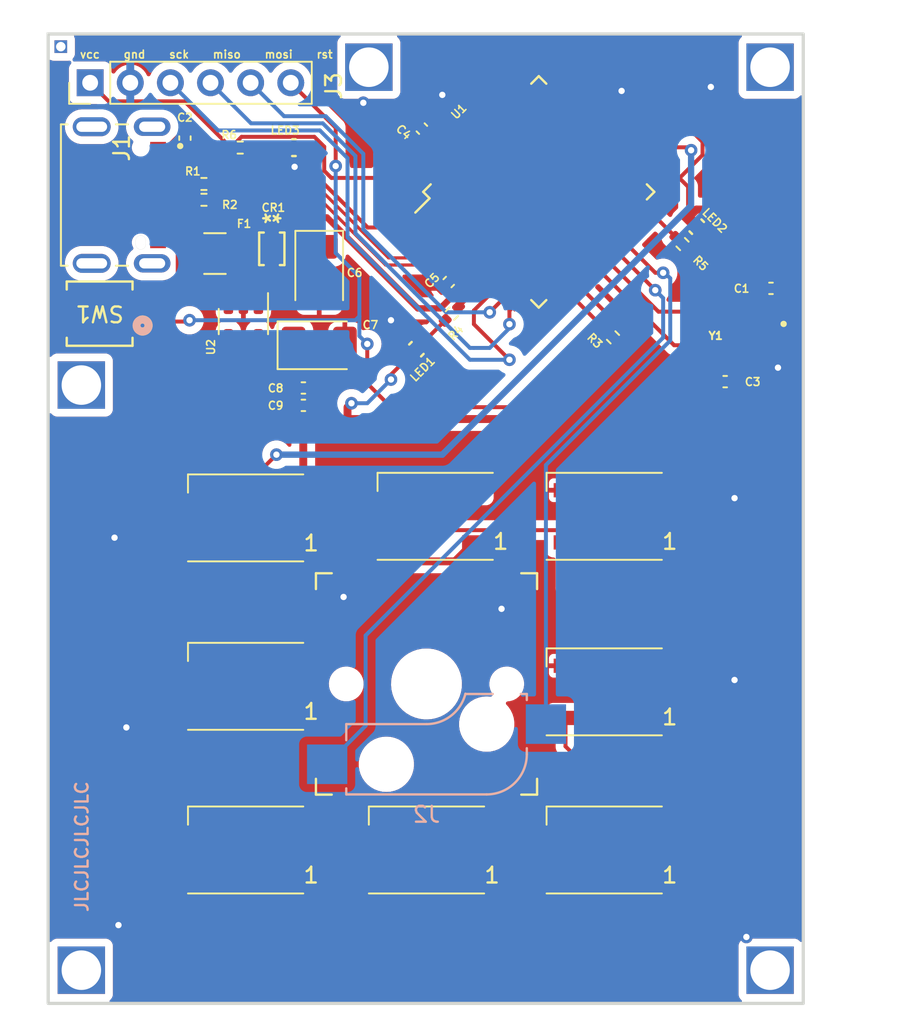
<source format=kicad_pcb>
(kicad_pcb (version 20221018) (generator pcbnew)
  (layers (0 "F.Cu" signal) (31 "B.Cu" signal) (34 "B.Paste" user) (35 "F.Paste" user) (36 "B.SilkS" user "B.Silkscreen") (37 "F.SilkS" user "F.Silkscreen") (38 "B.Mask" user) (39 "F.Mask" user) (44 "Edge.Cuts" user))
  (net 0 "")
  (net 1 "GND")
  (net 2 "Net-(U1-XTAL1)")
  (net 3 "VBUS")
  (net 4 "Net-(U1-XTAL2)")
  (net 5 "Net-(U1-AREF)")
  (net 6 "Net-(U1-UCAP)")
  (net 7 "Net-(U2-EN)")
  (net 8 "VCC")
  (net 9 "Net-(CR1-Pad2)")
  (net 10 "Net-(D1-DOUT)")
  (net 11 "Net-(D1-DIN)")
  (net 12 "Net-(D2-DIN)")
  (net 13 "Net-(D3-DIN)")
  (net 14 "Net-(D4-DIN)")
  (net 15 "Net-(D5-DIN)")
  (net 16 "Net-(D6-DIN)")
  (net 17 "D4")
  (net 22 "Net-(J1-D-)")
  (net 23 "Net-(J1-D+)")
  (net 31 "D3")
  (net 32 "D2")
  (net 33 "D15")
  (net 34 "D14")
  (net 35 "D16")
  (net 36 "RESET")
  (net 37 "Net-(LED1-Pad1)")
  (net 38 "Net-(LED2-Pad1)")
  (net 39 "Net-(LED3-Pad2)")
  (net 40 "DN")
  (net 41 "DP")
  (net 42 "Net-(U1-PB0)")
  (net 43 "Net-(U1-PD5)")
  (net 44 "D7")
  (net 45 "D11")
  (net 46 "RXI")
  (net 47 "TXO")
  (net 48 "D12")
  (net 49 "D6")
  (net 50 "D8")
  (net 51 "D9")
  (net 52 "D10")
  (net 53 "D5")
  (net 54 "D13")
  (net 55 "A0")
  (net 56 "A1")
  (net 57 "A2")
  (net 58 "A3")
  (net 59 "A4")
  (net 60 "A5")
  (footprint "LED_SMD:LED_WS2812B_PLCC4_5.0x5.0mm_P3.2mm" (layer "F.Cu") (at 188.8 98.5 180)
    (fp_text reference "D5" hide)
    (fp_text value "WS2812B")
  )
  (footprint "MF_USMF050_2:FUSER_MF-USMF050-2" (layer "F.Cu") (at 186.85706 60.783704)
    (fp_text reference "F1")
    (fp_text value "MF-USMF050-2")
  )
  (footprint "Capacitor_SMD:C_0402_1005Metric_Pad0.74x0.62mm_HandSolder" (layer "F.Cu") (at 201.65706 62.583704 45)
    (fp_text reference "C5")
    (fp_text value "1uf")
  )
  (footprint "Capacitor_SMD:C_0402_1005Metric_Pad0.74x0.62mm_HandSolder" (layer "F.Cu") (at 192.45706 69.283704)
    (fp_text reference "C8")
    (fp_text value "1uf")
  )
  (footprint "Capacitor_SMD:C_0402_1005Metric_Pad0.74x0.62mm_HandSolder" (layer "F.Cu") (at 192.45706 70.383704)
    (fp_text reference "C9")
    (fp_text value "100nf")
  )
  (footprint "R_667843:R-667843_MIT" (layer "F.Cu") (at 179.55706 64.583704 180)
    (fp_text reference "SW1")
    (fp_text value "R-667843")
  )
  (footprint "Resistor_SMD:R_0402_1005Metric_Pad0.72x0.64mm_HandSolder" (layer "F.Cu") (at 212.05706 66.083704 135)
    (fp_text reference "R3")
    (fp_text value "10k")
  )
  (footprint "" (layer "F.Cu") (at 177.1 47.7)
    (fp_text reference "")
    (fp_text value "")
  )
  (footprint "LED_SMD:LED_WS2812B_PLCC4_5.0x5.0mm_P3.2mm" (layer "F.Cu") (at 200.25 98.5 180)
    (fp_text reference "D4" hide)
    (fp_text value "WS2812B")
  )
  (footprint "Capacitor_Tantalum_SMD:CP_EIA-3528-15_AVX-H_Pad1.50x2.35mm_HandSolder" (layer "F.Cu") (at 193.45706 66.583704)
    (fp_text reference "C7")
    (fp_text value "10uf")
  )
  (footprint "DX07S016JA1R1500:JAE_DX07S016JA1R1500" (layer "F.Cu") (at 182.15706 57.083704 -90)
    (fp_text reference "J1")
    (fp_text value "DX07S016JA1R1500")
    (fp_line (start 2.875 -0.315) (end 3.125 -0.315) (stroke (width 0.01)) (layer "Edge.Cuts"))
    (fp_line (start 3.125 0.315) (end 2.875 0.315) (stroke (width 0.01)) (layer "Edge.Cuts"))
    (fp_arc (start 2.56 0) (mid 2.652261 -0.222739) (end 2.875 -0.315) (stroke (width 0.01)) (layer "Edge.Cuts"))
    (fp_arc (start 2.875 0.315) (mid 2.652261 0.222739) (end 2.56 0) (stroke (width 0.01)) (layer "Edge.Cuts"))
    (fp_arc (start 3.125 -0.315) (mid 3.347739 -0.222739) (end 3.44 0) (stroke (width 0.01)) (layer "Edge.Cuts"))
    (fp_arc (start 3.44 0) (mid 3.347739 0.222739) (end 3.125 0.315) (stroke (width 0.01)) (layer "Edge.Cuts"))
  )
  (footprint "Resistor_SMD:R_0402_1005Metric_Pad0.72x0.64mm_HandSolder" (layer "F.Cu") (at 216.45706 60.183704 -45)
    (fp_text reference "R5")
    (fp_text value "330")
  )
  (footprint "Capacitor_SMD:C_0402_1005Metric_Pad0.74x0.62mm_HandSolder" (layer "F.Cu") (at 199.95706 52.883704 135)
    (fp_text reference "C4")
    (fp_text value "100nf")
  )
  (footprint "Package_TO_SOT_SMD:SOT-23-5" (layer "F.Cu") (at 188.65706 65.083704 -90)
    (fp_text reference "U2")
    (fp_text value "MIC5219-5.0YM5")
  )
  (footprint "footprints:LED_LTST-C191KRKT_LTO" (layer "F.Cu") (at 199.609264 66.8315 -135)
    (fp_text reference "LED1")
    (fp_text value "LTST-C191KSKT")
  )
  (footprint "" (layer "F.Cu") (at 222 49)
    (fp_text reference "")
    (fp_text value "")
  )
  (footprint "LED_SMD:LED_WS2812B_PLCC4_5.0x5.0mm_P3.2mm" (layer "F.Cu") (at 211.5 77.4 180)
    (fp_text reference "D1" hide)
    (fp_text value "WS2812B")
  )
  (footprint "Resistor_SMD:R_0402_1005Metric_Pad0.72x0.64mm_HandSolder" (layer "F.Cu") (at 188.45706 54.083704)
    (fp_text reference "R6")
    (fp_text value "1k")
  )
  (footprint "Resistor_SMD:R_0402_1005Metric_Pad0.72x0.64mm_HandSolder" (layer "F.Cu") (at 201.85706 64.583704 -135)
    (fp_text reference "R4")
    (fp_text value "330")
  )
  (footprint "Capacitor_SMD:C_0402_1005Metric_Pad0.74x0.62mm_HandSolder" (layer "F.Cu") (at 219.15706 68.883704)
    (fp_text reference "C3")
    (fp_text value "22pf")
  )
  (footprint "Connector_PinHeader_2.54mm:PinHeader_1x06_P2.54mm_Vertical" (layer "F.Cu") (at 178.95706 49.983704 90)
    (fp_text reference "J3")
    (fp_text value "Conn_01x06")
  )
  (footprint "footprints:LED_LTST-C191KRKT_LTO" (layer "F.Cu") (at 191.85706 54.083704 180)
    (fp_text reference "LED3")
    (fp_text value "LTST-C191KSKT")
  )
  (footprint "" (layer "F.Cu") (at 196.6 49)
    (fp_text reference "")
    (fp_text value "")
  )
  (footprint "ECS-160-10-36-CKM-TR3:XTAL_ECS-160-10-36-CKM-TR3" (layer "F.Cu") (at 220.80706 65.933704 180)
    (fp_text reference "Y1")
    (fp_text value "ECS-160-10-36-CKM-TR3")
  )
  (footprint "Capacitor_Tantalum_SMD:CP_EIA-3528-15_AVX-H_Pad1.50x2.35mm_HandSolder" (layer "F.Cu") (at 193.45706 61.983704 -90)
    (fp_text reference "C6")
    (fp_text value "10uf")
  )
  (footprint "keyswitches:Kailh_socket_MX" (layer "F.Cu") (at 200.25 88 180)
    (fp_text reference "J2")
    (fp_text value "Conn_01x02")
  )
  (footprint "LED_SMD:LED_WS2812B_PLCC4_5.0x5.0mm_P3.2mm" (layer "F.Cu") (at 188.8 77.5 180)
    (fp_text reference "D7" hide)
    (fp_text value "WS2812B")
  )
  (footprint "footprints:LED_LTST-C191KRKT_LTO" (layer "F.Cu") (at 217.35706 59.083704 135)
    (fp_text reference "LED2")
    (fp_text value "LTST-C191KSKT")
  )
  (footprint "Capacitor_SMD:C_0402_1005Metric_Pad0.74x0.62mm_HandSolder" (layer "F.Cu") (at 184.95706 53.483704 90)
    (fp_text reference "C2")
    (fp_text value "1uf")
  )
  (footprint "Resistor_SMD:R_0402_1005Metric_Pad0.72x0.64mm_HandSolder" (layer "F.Cu") (at 186.15956 56.383704 180)
    (fp_text reference "R1")
    (fp_text value "22")
  )
  (footprint "LED_SMD:LED_WS2812B_PLCC4_5.0x5.0mm_P3.2mm" (layer "F.Cu") (at 211.5 88.5 180)
    (fp_text reference "D2" hide)
    (fp_text value "WS2812B")
  )
  (footprint "" (layer "F.Cu") (at 178.4 106.1)
    (fp_text reference "")
    (fp_text value "")
  )
  (footprint "Package_QFP:TQFP-44_10x10mm_P0.8mm" (layer "F.Cu") (at 207.35706 56.883704 45)
    (fp_text reference "U1")
    (fp_text value "ATmega32U4-A")
  )
  (footprint "LED_SMD:LED_WS2812B_PLCC4_5.0x5.0mm_P3.2mm" (layer "F.Cu") (at 211.5 98.5 180)
    (fp_text reference "D3" hide)
    (fp_text value "WS2812B")
  )
  (footprint "LED_SMD:LED_WS2812B_PLCC4_5.0x5.0mm_P3.2mm" (layer "F.Cu") (at 200.8 77.4 180)
    (fp_text reference "D8" hide)
    (fp_text value "WS2812B")
  )
  (footprint "LED_SMD:LED_WS2812B_PLCC4_5.0x5.0mm_P3.2mm" (layer "F.Cu") (at 188.8 88.15 180)
    (fp_text reference "D6" hide)
    (fp_text value "WS2812B")
  )
  (footprint "Resistor_SMD:R_0402_1005Metric_Pad0.72x0.64mm_HandSolder" (layer "F.Cu") (at 186.16206 57.383704)
    (fp_text reference "R2")
    (fp_text value "22")
  )
  (footprint "" (layer "F.Cu") (at 222 106.1)
    (fp_text reference "")
    (fp_text value "")
  )
  (footprint "Capacitor_SMD:C_0402_1005Metric_Pad0.74x0.62mm_HandSolder" (layer "F.Cu") (at 222.05706 62.983704 180)
    (fp_text reference "C1")
    (fp_text value "22pf")
  )
  (footprint "2023-12-05_05-52-42:SDO_RB550VM-30TE-17_ROM" (layer "F.Cu") (at 190.45706 60.483704 -90)
    (fp_text reference "CR1")
    (fp_text value "RB550VM-30TE-17")
  )
  (footprint "" (layer "F.Cu") (at 178.4 69.1)
    (fp_text reference "")
    (fp_text value "")
  )
  (gr_rect (start 176.3 46.9) (end 224.1 108.2) (stroke (width 0.2)) (fill none) (layer "Edge.Cuts"))
  (gr_text "button v1.0.0" (at 179 102.6 90) (layer "F.Cu") (effects (font (size 1.5 1.5) (thickness 0.3) bold) (justify left bottom)))
  (gr_text "JLCJLCJLCJLC" (at 178.9 102.5 90) (layer "B.SilkS") (effects (font (size 0.8 0.8) (thickness 0.15) bold) (justify left bottom)))
  (gr_text "vcc    gnd    sck    miso    mosi    rst" (at 178.25706 48.483704) (layer "F.SilkS") (effects (font (size 0.5 0.5) (thickness 0.1) bold) (justify left bottom)))
  (segment (start 212.6 50.5) (end 212.6 50.6) (width 0.25) (layer "F.Cu") (net 1))
  (segment (start 192.393198 54.806802) (end 191.9 55.3) (width 0.25) (layer "F.Cu") (net 1))
  (segment (start 199.555777 52.482421) (end 199.555777 53.607904) (width 0.25) (layer "F.Cu") (net 1))
  (segment (start 208.559142 50.024768) (end 209.04324 49.54067) (width 0.25) (layer "F.Cu") (net 1))
  (segment (start 191.406802 54.806802) (end 187.443198 54.806802) (width 0.25) (layer "F.Cu") (net 1))
  (segment (start 183.25706 60.183704) (end 184.00706 60.183704) (width 0.25) (layer "F.Cu") (net 1))
  (segment (start 209.04324 49.54067) (end 211.54067 49.54067) (width 0.25) (layer "F.Cu") (net 1))
  (segment (start 193.02456 68.641204) (end 195.08206 66.583704) (width 0.25) (layer "F.Cu") (net 1))
  (segment (start 208.075043 59.864429) (end 210.256198 62.045584) (width 0.25) (layer "F.Cu") (net 1))
  (segment (start 183.88956 53.983704) (end 183.25706 53.983704) (width 0.25) (layer "F.Cu") (net 1))
  (segment (start 201.25 50.75) (end 201.288198 50.75) (width 0.25) (layer "F.Cu") (net 1))
  (segment (start 209.772099 60.125519) (end 214.215996 55.681622) (width 0.25) (layer "F.Cu") (net 1))
  (segment (start 191.9 55.3) (end 191.406802 54.806802) (width 0.25) (layer "F.Cu") (net 1))
  (segment (start 202.760866 60.348527) (end 203.244964 59.864429) (width 0.25) (layer "F.Cu") (net 1))
  (segment (start 210.256198 62.045584) (end 209.772099 61.561485) (width 0.25) (layer "F.Cu") (net 1))
  (segment (start 201.25 50.788198) (end 201.25 50.75) (width 0.25) (layer "F.Cu") (net 1))
  (segment (start 184.95706 52.916204) (end 183.88956 53.983704) (width 0.25) (layer "F.Cu") (net 1))
  (segment (start 212.5 50.5) (end 212.6 50.5) (width 0.25) (layer "F.Cu") (net 1))
  (segment (start 222.62456 67.87544) (end 222.5 68) (width 0.25) (layer "F.Cu") (net 1))
  (segment (start 192.63176 54.689304) (end 192.514262 54.806802) (width 0.25) (layer "F.Cu") (net 1))
  (segment (start 203.244964 57.297091) (end 201.06381 55.115937) (width 0.25) (layer "F.Cu") (net 1))
  (segment (start 185.5526 52.916204) (end 184.95706 52.916204) (width 0.25) (layer "F.Cu") (net 1))
  (segment (start 203.244964 59.864429) (end 203.244964 57.297091) (width 0.25) (layer "F.Cu") (net 1))
  (segment (start 184.00706 60.183704) (end 184.5 60.676644) (width 0.25) (layer "F.Cu") (net 1))
  (segment (start 199.555777 53.607904) (end 201.06381 55.115937) (width 0.25) (layer "F.Cu") (net 1))
  (segment (start 209.772099 61.561485) (end 209.772099 60.125519) (width 0.25) (layer "F.Cu") (net 1))
  (segment (start 201.255777 62.984987) (end 201.255777 61.853616) (width 0.25) (layer "F.Cu") (net 1))
  (segment (start 187.443198 54.806802) (end 185.5526 52.916204) (width 0.25) (layer "F.Cu") (net 1))
  (segment (start 203.244964 59.864429) (end 208.075043 59.864429) (width 0.25) (layer "F.Cu") (net 1))
  (segment (start 193.02456 69.283704) (end 193.02456 68.641204) (width 0.25) (layer "F.Cu") (net 1))
  (segment (start 212.6 50.6) (end 212.5 50.5) (width 0.25) (layer "F.Cu") (net 1))
  (segment (start 193.02456 70.383704) (end 193.02456 69.283704) (width 0.25) (layer "F.Cu") (net 1))
  (segment (start 199.555777 52.482421) (end 201.25 50.788198) (width 0.25) (layer "F.Cu") (net 1))
  (segment (start 222.62456 62.983704) (end 222.62456 67.87544) (width 0.25) (layer "F.Cu") (net 1))
  (segment (start 205.105194 50.106355) (end 205.589293 50.590454) (width 0.25) (layer "F.Cu") (net 1))
  (segment (start 184.5 60.676644) (end 184.5 63) (width 0.25) (layer "F.Cu") (net 1))
  (segment (start 201.255777 61.853616) (end 202.760866 60.348527) (width 0.25) (layer "F.Cu") (net 1))
  (segment (start 201.288198 50.75) (end 201.931843 50.106355) (width 0.25) (layer "F.Cu") (net 1))
  (segment (start 192.63176 54.083704) (end 192.63176 54.689304) (width 0.25) (layer "F.Cu") (net 1))
  (segment (start 211.54067 49.54067) (end 212.5 50.5) (width 0.25) (layer "F.Cu") (net 1))
  (segment (start 201.931843 50.106355) (end 205.105194 50.106355) (width 0.25) (layer "F.Cu") (net 1))
  (segment (start 192.514262 54.806802) (end 192.393198 54.806802) (width 0.25) (layer "F.Cu") (net 1))
  (via (at 180.75 103.25) (size 0.8) (drill 0.4) (layers "F.Cu" "B.Cu") (net 1))
  (via (at 205 83.25) (size 0.8) (drill 0.4) (layers "F.Cu" "B.Cu") (net 1))
  (via (at 220.5 104) (size 0.8) (drill 0.4) (layers "F.Cu" "B.Cu") (net 1))
  (via (at 198 65) (size 0.8) (drill 0.4) (layers "F.Cu" "B.Cu") (net 1))
  (via (at 218.25 50.25) (size 0.8) (drill 0.4) (layers "F.Cu" "B.Cu") (net 1))
  (via (at 201.25 50.75) (size 0.8) (drill 0.4) (layers "F.Cu" "B.Cu") (net 1))
  (via (at 195 82.5) (size 0.8) (drill 0.4) (layers "F.Cu" "B.Cu") (net 1))
  (via (at 181.25 90.75) (size 0.8) (drill 0.4) (layers "F.Cu" "B.Cu") (net 1))
  (via (at 212.6 50.5) (size 0.8) (drill 0.4) (layers "F.Cu" "B.Cu") (net 1))
  (via (at 222.5 68) (size 0.8) (drill 0.4) (layers "F.Cu" "B.Cu") (net 1))
  (via (at 196.25 51.25) (size 0.8) (drill 0.4) (layers "F.Cu" "B.Cu") (net 1))
  (via (at 219.75 87.75) (size 0.8) (drill 0.4) (layers "F.Cu" "B.Cu") (net 1))
  (via (at 191.9 55.3) (size 0.8) (drill 0.4) (layers "F.Cu" "B.Cu") (net 1))
  (via (at 180.5 78.75) (size 0.8) (drill 0.4) (layers "F.Cu" "B.Cu") (net 1))
  (via (at 219.75 76.25) (size 0.8) (drill 0.4) (layers "F.Cu" "B.Cu") (net 1))
  (segment (start 221.65706 63.151204) (end 221.48956 62.983704) (width 0.25) (layer "F.Cu") (net 2))
  (segment (start 221.65706 65.283704) (end 221.65706 63.151204) (width 0.25) (layer "F.Cu") (net 2))
  (segment (start 214.93206 64.458704) (end 220.83206 64.458704) (width 0.25) (layer "F.Cu") (net 2))
  (segment (start 220.83206 64.458704) (end 221.65706 65.283704) (width 0.25) (layer "F.Cu") (net 2))
  (segment (start 211.387569 60.914213) (end 214.93206 64.458704) (width 0.25) (layer "F.Cu") (net 2))
  (segment (start 203.892237 61.479898) (end 201.122135 64.25) (width 0.4) (layer "F.Cu") (net 3))
  (segment (start 187 55) (end 185.905856 55) (width 0.25) (layer "F.Cu") (net 3))
  (segment (start 187.640764 58.5) (end 185.35706 60.783704) (width 0.4) (layer "F.Cu") (net 3))
  (segment (start 183.25706 54.733704) (end 184.27456 54.733704) (width 0.25) (layer "F.Cu") (net 3))
  (segment (start 196.528166 59.13557) (end 193.62755 56.234953) (width 0.25) (layer "F.Cu") (net 3))
  (segment (start 185.35706 60.783704) (end 184.00706 59.433704) (width 0.4) (layer "F.Cu") (net 3))
  (segment (start 182.50706 59.433704) (end 181.98206 58.908704) (width 0.25) (layer "F.Cu") (net 3))
  (segment (start 199.69805 64.25) (end 193.94805 58.5) (width 0.4) (layer "F.Cu") (net 3))
  (segment (start 183.25706 59.433704) (end 182.50706 59.433704) (width 0.25) (layer "F.Cu") (net 3))
  (segment (start 201.122135 64.25) (end 199.69805 64.25) (width 0.4) (layer "F.Cu") (net 3))
  (segment (start 188.234953 56.234953) (end 187 55) (width 0.25) (layer "F.Cu") (net 3))
  (segment (start 200.579711 59.13557) (end 196.528166 59.13557) (width 0.25) (layer "F.Cu") (net 3))
  (segment (start 184.27456 54.733704) (end 184.95706 54.051204) (width 0.25) (layer "F.Cu") (net 3))
  (segment (start 184.00706 59.433704) (end 183.25706 59.433704) (width 0.4) (layer "F.Cu") (net 3))
  (segment (start 193.94805 58.5) (end 187.640764 58.5) (width 0.4) (layer "F.Cu") (net 3))
  (segment (start 181.98206 55.323704) (end 182.57206 54.733704) (width 0.25) (layer "F.Cu") (net 3))
  (segment (start 181.98206 58.908704) (end 181.98206 55.323704) (width 0.25) (layer "F.Cu") (net 3))
  (segment (start 193.62755 56.234953) (end 188.234953 56.234953) (width 0.25) (layer "F.Cu") (net 3))
  (segment (start 185.905856 55) (end 184.95706 54.051204) (width 0.25) (layer "F.Cu") (net 3))
  (segment (start 182.57206 54.733704) (end 183.25706 54.733704) (width 0.25) (layer "F.Cu") (net 3))
  (segment (start 201.06381 58.651471) (end 200.579711 59.13557) (width 0.25) (layer "F.Cu") (net 3))
  (segment (start 219.95706 66.583704) (end 219.95706 68.651204) (width 0.25) (layer "F.Cu") (net 4))
  (segment (start 219.95706 68.651204) (end 219.72456 68.883704) (width 0.25) (layer "F.Cu") (net 4))
  (segment (start 219.95706 66.583704) (end 215.925689 66.583704) (width 0.25) (layer "F.Cu") (net 4))
  (segment (start 215.925689 66.583704) (end 210.821883 61.479898) (width 0.25) (layer "F.Cu") (net 4))
  (segment (start 200.358343 53.284987) (end 200.36423 53.284987) (width 0.25) (layer "F.Cu") (net 5))
  (segment (start 200.36423 53.284987) (end 201.629495 54.550252) (width 0.25) (layer "F.Cu") (net 5))
  (segment (start 202.058343 62.182421) (end 203.326551 60.914213) (width 0.25) (layer "F.Cu") (net 6))
  (segment (start 188.35706 62.683704) (end 187.70706 63.333704) (width 0.4) (layer "F.Cu") (net 7))
  (segment (start 189.86956 63.946204) (end 190.89456 62.921204) (width 0.4) (layer "F.Cu") (net 7))
  (segment (start 190.89456 62.921204) (end 193.45706 60.358704) (width 0.4) (layer "F.Cu") (net 7))
  (segment (start 190.89456 62.921204) (end 190.65706 62.683704) (width 0.4) (layer "F.Cu") (net 7))
  (segment (start 192.36286 59.264504) (end 190.45706 59.264504) (width 0.5) (layer "F.Cu") (net 7))
  (segment (start 189.60706 63.946204) (end 189.86956 63.946204) (width 0.25) (layer "F.Cu") (net 7))
  (segment (start 190.65706 62.683704) (end 188.35706 62.683704) (width 0.4) (layer "F.Cu") (net 7))
  (segment (start 193.45706 60.358704) (end 192.36286 59.264504) (width 0.5) (layer "F.Cu") (net 7))
  (segment (start 187.70706 63.333704) (end 187.70706 63.946204) (width 0.25) (layer "F.Cu") (net 7))
  (segment (start 202.05 80.25) (end 203.25 79.05) (width 0.5) (layer "F.Cu") (net 8))
  (segment (start 207.735756 71.25) (end 195.25 71.25) (width 0.5) (layer "F.Cu") (net 8))
  (segment (start 195.25 70.5) (end 195.25 71.25) (width 0.5) (layer "F.Cu") (net 8))
  (segment (start 195.25 71.25) (end 192.8 71.25) (width 0.5) (layer "F.Cu") (net 8))
  (segment (start 192.5 80.4) (end 191.25 79.15) (width 0.5) (layer "F.Cu") (net 8))
  (segment (start 216.25 56) (end 216.275305 56) (width 0.25) (layer "F.Cu") (net 8))
  (segment (start 180.13206 51.158704) (end 178.95706 49.983704) (width 0.25) (layer "F.Cu") (net 8))
  (segment (start 200.179746 56) (end 200.498124 55.681622) (width 0.25) (layer "F.Cu") (net 8))
  (segment (start 192.45 77.95) (end 191.25 79.15) (width 0.5) (layer "F.Cu") (net 8))
  (segment (start 207.204762 48.974984) (end 206.154978 50.024768) (width 0.25) (layer "F.Cu") (net 8))
  (segment (start 193.775 54.025) (end 193.775 55.550305) (width 0.25) (layer "F.Cu") (net 8))
  (segment (start 187.85956 54.083704) (end 188.54016 53.403104) (width 0.25) (layer "F.Cu") (net 8))
  (segment (start 213.95 79.05) (end 223.7 69.3) (width 0.5) (layer "F.Cu") (net 8))
  (segment (start 213.95 90.15) (end 215.25 88.85) (width 0.5) (layer "F.Cu") (net 8))
  (segment (start 216.275305 56) (end 217.725 54.550305) (width 0.25) (layer "F.Cu") (net 8))
  (segment (start 212.479556 65.400313) (end 212.479556 66.5062) (width 0.25) (layer "F.Cu") (net 8))
  (segment (start 194.224695 56) (end 197.5 56) (width 0.25) (layer "F.Cu") (net 8))
  (segment (start 217.725 54.550305) (end 217.725 53.725) (width 0.25) (layer "F.Cu") (net 8))
  (segment (start 216.809264 56.559264) (end 216.809264 58.535908) (width 0.25) (layer "F.Cu") (net 8))
  (segment (start 213.95 90.15) (end 215.25 91.45) (width 0.5) (layer "F.Cu") (net 8))
  (segment (start 213.95 100.15) (end 213 101.1) (width 0.5) (layer "F.Cu") (net 8))
  (segment (start 212.974984 48.974984) (end 207.204762 48.974984) (width 0.25) (layer "F.Cu") (net 8))
  (segment (start 191.83206 69.226204) (end 191.88956 69.283704) (width 0.25) (layer "F.Cu") (net 8))
  (segment (start 190 98.9) (end 190 91.05) (width 0.5) (layer "F.Cu") (net 8))
  (segment (start 195.5 70.25) (end 195.25 70.5) (width 0.25) (layer "F.Cu") (net 8))
  (segment (start 214.134409 54.631838) (end 214.881838 54.631838) (width 0.25) (layer "F.Cu") (net 8))
  (segment (start 193.153104 53.403104) (end 193.775 54.025) (width 0.25) (layer "F.Cu") (net 8))
  (segment (start 191.25 79.15) (end 192.35 80.25) (width 0.25) (layer "F.Cu") (net 8))
  (segment (start 189.96956 66.583704) (end 189.60706 66.221204) (width 0.5) (layer "F.Cu") (net 8))
  (segment (start 188.54016 53.403104) (end 193.153104 53.403104) (width 0.25) (layer "F.Cu") (net 8))
  (segment (start 213 101.1) (end 203.65 101.1) (width 0.5) (layer "F.Cu") (net 8))
  (segment (start 197.5 53) (end 200.95933 49.54067) (width 0.25) (layer "F.Cu") (net 8))
  (segment (start 192.3 101.2) (end 191.25 100.15) (width 0.5) (layer "F.Cu") (net 8))
  (segment (start 212.479556 66.5062) (end 207.735756 71.25) (width 0.5) (layer "F.Cu") (net 8))
  (segment (start 200.95933 49.54067) (end 205.67088 49.54067) (width 0.25) (layer "F.Cu") (net 8))
  (segment (start 191.25 89.8) (end 192.5 88.55) (width 0.5) (layer "F.Cu") (net 8))
  (segment (start 192.8 71.25) (end 192.755856 71.25) (width 0.25) (layer "F.Cu") (net 8))
  (segment (start 192.8 71.25) (end 192.45 71.6) (width 0.5) (layer "F.Cu") (net 8))
  (segment (start 215.25 91.45) (end 215.25 98.85) (width 0.5) (layer "F.Cu") (net 8))
  (segment (start 187.85956 54.083704) (end 184.93456 51.158704) (width 0.25) (layer "F.Cu") (net 8))
  (segment (start 213.65031 55.115937) (end 214.134409 54.631838) (width 0.25) (layer "F.Cu") (net 8))
  (segment (start 215.25 80.35) (end 213.95 79.05) (width 0.5) (layer "F.Cu") (net 8))
  (segment (start 216.880382 58.46479) (end 216.809264 58.535908) (width 0.25) (layer "F.Cu") (net 8))
  (segment (start 184.93456 51.158704) (end 180.13206 51.158704) (width 0.25) (layer "F.Cu") (net 8))
  (segment (start 192.35 80.25) (end 202.05 80.25) (width 0.5) (layer "F.Cu") (net 8))
  (segment (start 192.45 71.6) (end 192.45 77.95) (width 0.5) (layer "F.Cu") (net 8))
  (segment (start 201.65 101.2) (end 192.3 101.2) (width 0.5) (layer "F.Cu") (net 8))
  (segment (start 214.881838 54.631838) (end 216.25 56) (width 0.25) (layer "F.Cu") (net 8))
  (segment (start 190 91.05) (end 191.25 89.8) (width 0.5) (layer "F.Cu") (net 8))
  (segment (start 217.725 53.725) (end 212.974984 48.974984) (width 0.25) (layer "F.Cu") (net 8))
  (segment (start 191.83206 66.583704) (end 189.96956 66.583704) (width 0.5) (layer "F.Cu") (net 8))
  (segment (start 215.25 98.85) (end 213.95 100.15) (width 0.5) (layer "F.Cu") (net 8))
  (segment (start 192.5 88.55) (end 192.5 80.4) (width 0.5) (layer "F.Cu") (net 8))
  (segment (start 197.5 56) (end 200.179746 56) (width 0.25) (layer "F.Cu") (net 8))
  (segment (start 191.83206 66.583704) (end 191.83206 69.226204) (width 0.25) (layer "F.Cu") (net 8))
  (segment (start 216.25 56) (end 216.809264 56.559264) (width 0.25) (layer "F.Cu") (net 8))
  (segment (start 223.7 62.1) (end 219.6 58) (width 0.5) (layer "F.Cu") (net 8))
  (segment (start 205.67088 49.54067) (end 206.154978 50.024768) (width 0.25) (layer "F.Cu") (net 8))
  (segment (start 192.755856 71.25) (end 191.88956 70.383704) (width 0.25) (layer "F.Cu") (net 8))
  (segment (start 203.65 101.1) (end 202.7 100.15) (width 0.5) (layer "F.Cu") (net 8))
  (segment (start 217.345172 58) (end 216.880382 58.46479) (width 0.5) (layer "F.Cu") (net 8))
  (segment (start 199.061468 67.379296) (end 198 68.440764) (width 0.25) (layer "F.Cu") (net 8))
  (segment (start 197.5 56) (end 197.5 53) (width 0.25) (layer "F.Cu") (net 8))
  (segment (start 191.88956 69.283704) (end 191.88956 70.383704) (width 0.25) (layer "F.Cu") (net 8))
  (segment (start 215.25 88.85) (end 215.25 80.35) (width 0.5) (layer "F.Cu") (net 8))
  (segment (start 209.690512 62.611269) (end 212.479556 65.400313) (width 0.25) (layer "F.Cu") (net 8))
  (segment (start 193.775 55.550305) (end 194.224695 56) (width 0.25) (layer "F.Cu") (net 8))
  (segment (start 198 68.440764) (end 198 68.75) (width 0.25) (layer "F.Cu") (net 8))
  (segment (start 223.7 69.3) (end 223.7 62.1) (width 0.5) (layer "F.Cu") (net 8))
  (segment (start 202.7 100.15) (end 201.65 101.2) (width 0.5) (layer "F.Cu") (net 8))
  (segment (start 191.25 100.15) (end 190 98.9) (width 0.5) (layer "F.Cu") (net 8))
  (segment (start 219.6 58) (end 217.345172 58) (width 0.5) (layer "F.Cu") (net 8))
  (via (at 195.5 70.25) (size 0.8) (drill 0.4) (layers "F.Cu" "B.Cu") (net 8))
  (via (at 198 68.75) (size 0.8) (drill 0.4) (layers "F.Cu" "B.Cu") (net 8))
  (segment (start 196.5 70.25) (end 195.5 70.25) (width 0.25) (layer "B.Cu") (net 8))
  (segment (start 198 68.75) (end 196.5 70.25) (width 0.25) (layer "B.Cu") (net 8))
  (segment (start 189.27626 61.702904) (end 188.35706 60.783704) (width 0.5) (layer "F.Cu") (net 9))
  (segment (start 190.45706 61.702904) (end 189.27626 61.702904) (width 0.5) (layer "F.Cu") (net 9))
  (segment (start 199.125 78.275) (end 211.425 78.275) (width 0.25) (layer "F.Cu") (net 10))
  (segment (start 211.425 78.275) (end 213.95 75.75) (width 0.25) (layer "F.Cu") (net 10))
  (segment (start 198.35 79.05) (end 199.125 78.275) (width 0.25) (layer "F.Cu") (net 10))
  (segment (start 209.05 79.05) (end 209.05 81.95) (width 0.25) (layer "F.Cu") (net 11))
  (segment (start 209.05 81.95) (end 213.95 86.85) (width 0.25) (layer "F.Cu") (net 11))
  (segment (start 209.05 90.15) (end 209.05 91.95) (width 0.25) (layer "F.Cu") (net 12))
  (segment (start 209.05 91.95) (end 213.95 96.85) (width 0.25) (layer "F.Cu") (net 12))
  (segment (start 206 100.15) (end 202.7 96.85) (width 0.25) (layer "F.Cu") (net 13))
  (segment (start 209.05 100.15) (end 206 100.15) (width 0.25) (layer "F.Cu") (net 13))
  (segment (start 197.8 100.15) (end 194.55 100.15) (width 0.25) (layer "F.Cu") (net 14))
  (segment (start 194.55 100.15) (end 191.25 96.85) (width 0.25) (layer "F.Cu") (net 14))
  (segment (start 188 98.5) (end 188 89.75) (width 0.25) (layer "F.Cu") (net 15))
  (segment (start 186.35 100.15) (end 188 98.5) (width 0.25) (layer "F.Cu") (net 15))
  (segment (start 188 89.75) (end 191.25 86.5) (width 0.25) (layer "F.Cu") (net 15))
  (segment (start 190.175 76.925) (end 191.25 75.85) (width 0.25) (layer "F.Cu") (net 16))
  (segment (start 186.35 89.8) (end 190.175 85.975) (width 0.25) (layer "F.Cu") (net 16))
  (segment (start 190.175 85.975) (end 190.175 76.925) (width 0.25) (layer "F.Cu") (net 16))
  (segment (start 213.084625 54.550252) (end 213.568724 54.066153) (width 0.25) (layer "F.Cu") (net 17))
  (segment (start 186.35 77.9) (end 190.75 73.5) (width 0.25) (layer "F.Cu") (net 17))
  (segment (start 213.568724 54.066153) (end 216.816153 54.066153) (width 0.25) (layer "F.Cu") (net 17))
  (segment (start 186.35 79.15) (end 186.35 77.9) (width 0.25) (layer "F.Cu") (net 17))
  (segment (start 216.816153 54.066153) (end 217 54.25) (width 0.25) (layer "F.Cu") (net 17))
  (via (at 217 54.25) (size 0.8) (drill 0.4) (layers "F.Cu" "B.Cu") (net 17))
  (via (at 190.75 73.5) (size 0.8) (drill 0.4) (layers "F.Cu" "B.Cu") (net 17))
  (segment (start 190.75 73.5) (end 201.25 73.5) (width 0.4) (layer "B.Cu") (net 17))
  (segment (start 201.25 73.5) (end 217 57.75) (width 0.4) (layer "B.Cu") (net 17))
  (segment (start 217 57.75) (end 217 54.25) (width 0.4) (layer "B.Cu") (net 17))
  (segment (start 185.66206 56.683704) (end 185.61206 56.733704) (width 0.25) (layer "F.Cu") (net 22))
  (segment (start 183.25706 56.333704) (end 182.47206 56.333704) (width 0.25) (layer "F.Cu") (net 22))
  (segment (start 183.21706 57.873704) (end 183.25706 57.833704) (width 0.25) (layer "F.Cu") (net 22))
  (segment (start 182.47206 56.333704) (end 182.43206 56.373704) (width 0.25) (layer "F.Cu") (net 22))
  (segment (start 182.43206 57.858704) (end 182.44706 57.873704) (width 0.25) (layer "F.Cu") (net 22))
  (segment (start 185.56206 56.383704) (end 185.51206 56.333704) (width 0.25) (layer "F.Cu") (net 22))
  (segment (start 182.44706 57.873704) (end 183.21706 57.873704) (width 0.25) (layer "F.Cu") (net 22))
  (segment (start 185.51206 56.333704) (end 183.25706 56.333704) (width 0.25) (layer "F.Cu") (net 22))
  (segment (start 182.43206 56.373704) (end 182.43206 57.858704) (width 0.25) (layer "F.Cu") (net 22))
  (segment (start 185.51456 57.333704) (end 184.35706 57.333704) (width 0.25) (layer "F.Cu") (net 23))
  (segment (start 184.35706 57.333704) (end 183.25706 57.333704) (width 0.25) (layer "F.Cu") (net 23))
  (segment (start 185.56456 57.383704) (end 185.51456 57.333704) (width 0.25) (layer "F.Cu") (net 23))
  (segment (start 183.25706 56.833704) (end 183.85706 56.833704) (width 0.25) (layer "F.Cu") (net 23))
  (segment (start 183.85706 56.833704) (end 184.35706 57.333704) (width 0.25) (layer "F.Cu") (net 23))
  (segment (start 214.73 63.1) (end 211.978527 60.348527) (width 0.25) (layer "F.Cu") (net 31))
  (segment (start 211.978527 60.348527) (end 211.953254 60.348527) (width 0.25) (layer "F.Cu") (net 31))
  (via (at 214.73 63.1) (size 0.8) (drill 0.4) (layers "F.Cu" "B.Cu") (net 31))
  (segment (start 214.73 63.1) (end 215.23 63.6) (width 0.25) (layer "B.Cu") (net 31))
  (segment (start 215.23 63.6) (end 215.23 66.1) (width 0.25) (layer "B.Cu") (net 31))
  (segment (start 196.3959 84.9341) (end 196.3959 90.6441) (width 0.25) (layer "B.Cu") (net 31))
  (segment (start 215.23 66.1) (end 196.3959 84.9341) (width 0.25) (layer "B.Cu") (net 31))
  (segment (start 196.3959 90.6441) (end 193.96 93.08) (width 0.25) (layer "B.Cu") (net 31))
  (segment (start 214.736098 62) (end 212.51894 59.782842) (width 0.25) (layer "F.Cu") (net 32))
  (segment (start 215.23 62) (end 214.736098 62) (width 0.25) (layer "F.Cu") (net 32))
  (via (at 215.23 62) (size 0.8) (drill 0.4) (layers "F.Cu" "B.Cu") (net 32))
  (segment (start 215.23 62) (end 215.23 61.9) (width 0.25) (layer "B.Cu") (net 32))
  (segment (start 215.33 62) (end 215.23 62) (width 0.25) (layer "B.Cu") (net 32))
  (segment (start 207.81 74.156396) (end 215.68 66.286396) (width 0.25) (layer "B.Cu") (net 32))
  (segment (start 215.68 66.286396) (end 215.68 62.35) (width 0.25) (layer "B.Cu") (net 32))
  (segment (start 207.81 90.54) (end 207.81 74.156396) (width 0.25) (layer "B.Cu") (net 32))
  (segment (start 215.68 62.35) (end 215.33 62) (width 0.25) (layer "B.Cu") (net 32))
  (segment (start 215.23 61.9) (end 215.33 62) (width 0.25) (layer "B.Cu") (net 32))
  (segment (start 205.023608 62.611269) (end 203.25 64.384877) (width 0.25) (layer "F.Cu") (net 33))
  (segment (start 203.25 65.25) (end 205.5 67.5) (width 0.25) (layer "F.Cu") (net 33))
  (segment (start 203.25 64.384877) (end 203.25 65.25) (width 0.25) (layer "F.Cu") (net 33))
  (via (at 205.5 67.5) (size 0.8) (drill 0.4) (layers "F.Cu" "B.Cu") (net 33))
  (segment (start 195.25 54.75) (end 195.25 59.75) (width 0.25) (layer "B.Cu") (net 33))
  (segment (start 195.25 59.75) (end 203 67.5) (width 0.25) (layer "B.Cu") (net 33))
  (segment (start 187.053356 53) (end 193.5 53) (width 0.25) (layer "B.Cu") (net 33))
  (segment (start 193.5 53) (end 195.25 54.75) (width 0.25) (layer "B.Cu") (net 33))
  (segment (start 203 67.5) (end 205.5 67.5) (width 0.25) (layer "B.Cu") (net 33))
  (segment (start 184.03706 49.983704) (end 187.053356 53) (width 0.25) (layer "B.Cu") (net 33))
  (segment (start 205.5 64.397618) (end 206.154978 63.74264) (width 0.25) (layer "F.Cu") (net 34))
  (segment (start 205.5 65.25) (end 205.5 64.397618) (width 0.25) (layer "F.Cu") (net 34))
  (via (at 205.5 65.25) (size 0.8) (drill 0.4) (layers "F.Cu" "B.Cu") (net 34))
  (segment (start 204.25 66.75) (end 205.5 65.5) (width 0.25) (layer "B.Cu") (net 34))
  (segment (start 193.686396 52.55) (end 195.75 54.613604) (width 0.25) (layer "B.Cu") (net 34))
  (segment (start 186.57706 49.983704) (end 189.143356 52.55) (width 0.25) (layer "B.Cu") (net 34))
  (segment (start 205.5 65.5) (end 205.5 65.25) (width 0.25) (layer "B.Cu") (net 34))
  (segment (start 195.75 59) (end 195.75 59.5) (width 0.25) (layer "B.Cu") (net 34))
  (segment (start 195.75 54.613604) (end 195.75 59) (width 0.25) (layer "B.Cu") (net 34))
  (segment (start 195.75 59.5) (end 199.5 63.25) (width 0.25) (layer "B.Cu") (net 34))
  (segment (start 203 66.75) (end 203.25 66.75) (width 0.25) (layer "B.Cu") (net 34))
  (segment (start 189.143356 52.55) (end 193.686396 52.55) (width 0.25) (layer "B.Cu") (net 34))
  (segment (start 199.5 63.25) (end 203 66.75) (width 0.25) (layer "B.Cu") (net 34))
  (segment (start 203.25 66.75) (end 204.25 66.75) (width 0.25) (layer "B.Cu") (net 34))
  (segment (start 205.589293 63.176954) (end 205.573046 63.176954) (width 0.25) (layer "F.Cu") (net 35))
  (segment (start 205.573046 63.176954) (end 204.25 64.5) (width 0.25) (layer "F.Cu") (net 35))
  (via (at 204.25 64.5) (size 0.8) (drill 0.4) (layers "F.Cu" "B.Cu") (net 35))
  (segment (start 193.872792 52.1) (end 191.233356 52.1) (width 0.25) (layer "B.Cu") (net 35))
  (segment (start 196.25 54.477208) (end 193.872792 52.1) (width 0.25) (layer "B.Cu") (net 35))
  (segment (start 204.25 64.5) (end 201.5 64.5) (width 0.25) (layer "B.Cu") (net 35))
  (segment (start 201.5 64.5) (end 196.25 59.25) (width 0.25) (layer "B.Cu") (net 35))
  (segment (start 196.25 59.25) (end 196.25 54.477208) (width 0.25) (layer "B.Cu") (net 35))
  (segment (start 191.233356 52.1) (end 189.11706 49.983704) (width 0.25) (layer "B.Cu") (net 35))
  (segment (start 194.5 55.25) (end 194.5 55) (width 0.25) (layer "F.Cu") (net 36))
  (segment (start 185.166296 65.083704) (end 185.25 65) (width 0.25) (layer "F.Cu") (net 36))
  (segment (start 196.5 66.5) (end 196.5 69) (width 0.25) (layer "F.Cu") (net 36))
  (segment (start 185.25 65) (end 185.333704 65.083704) (width 0.25) (layer "F.Cu") (net 36))
  (segment (start 209.124827 63.176954) (end 209.15031 63.176954) (width 0.25) (layer "F.Cu") (net 36))
  (segment (start 181.65706 65.083704) (end 185.166296 65.083704) (width 0.25) (layer "F.Cu") (net 36))
  (segment (start 194.5 52.826644) (end 194.5 55.25) (width 0.25) (layer "F.Cu") (net 36))
  (segment (start 198 70.5) (end 206.795772 70.5) (width 0.25) (layer "F.Cu") (net 36))
  (segment (start 191.65706 49.983704) (end 194.5 52.826644) (width 0.25) (layer "F.Cu") (net 36))
  (segment (start 181.407059 65.333705) (end 181.65706 65.083704) (width 0.25) (layer "F.Cu") (net 36))
  (segment (start 209.15031 63.176954) (end 211.634564 65.661208) (width 0.25) (layer "F.Cu") (net 36))
  (segment (start 196.5 69) (end 198 70.5) (width 0.25) (layer "F.Cu") (net 36))
  (segment (start 206.795772 70.5) (end 211.634564 65.661208) (width 0.25) (layer "F.Cu") (net 36))
  (segment (start 181.407059 63.833703) (end 181.407059 65.333705) (width 0.25) (layer "F.Cu") (net 36))
  (via (at 196.5 66.5) (size 0.8) (drill 0.4) (layers "F.Cu" "B.Cu") (net 36))
  (via (at 185.25 65) (size 0.8) (drill 0.4) (layers "F.Cu" "B.Cu") (net 36))
  (via (at 194.5 55.25) (size 0.8) (drill 0.4) (layers "F.Cu" "B.Cu") (net 36))
  (segment (start 196 64.75) (end 195.75 65) (width 0.25) (layer "B.Cu") (net 36))
  (segment (start 196 64.75) (end 196 66) (width 0.25) (layer "B.Cu") (net 36))
  (segment (start 194.5 55.25) (end 194.5 60.75) (width 0.25) (layer "B.Cu") (net 36))
  (segment (start 191.65706 49.983704) (end 192.392892 49.983704) (width 0.25) (layer "B.Cu") (net 36))
  (segment (start 196 62.25) (end 196 64.75) (width 0.25) (layer "B.Cu") (net 36))
  (segment (start 196 66) (end 196.5 66.5) (width 0.25) (layer "B.Cu") (net 36))
  (segment (start 195.75 65) (end 185.25 65) (width 0.25) (layer "B.Cu") (net 36))
  (segment (start 194.5 60.75) (end 196 62.25) (width 0.25) (layer "B.Cu") (net 36))
  (segment (start 200.15706 66.283704) (end 201.434564 65.0062) (width 0.25) (layer "F.Cu") (net 37))
  (segment (start 217.904856 59.6315) (end 217.854256 59.6315) (width 0.25) (layer "F.Cu") (net 38))
  (segment (start 217.854256 59.6315) (end 216.879556 60.6062) (width 0.25) (layer "F.Cu") (net 38))
  (segment (start 189.05456 54.083704) (end 191.08236 54.083704) (width 0.25) (layer "F.Cu") (net 39))
  (segment (start 201.629495 59.464643) (end 200.035434 61.058704) (width 0.2) (layer "F.Cu") (net 40))
  (segment (start 201.629495 59.217156) (end 201.629495 59.464643) (width 0.2) (layer "F.Cu") (net 40))
  (segment (start 187.033309 56.659953) (end 186.75706 56.383704) (width 0.2) (layer "F.Cu") (net 40))
  (segment (start 200.035434 61.058704) (end 197.85026 61.058704) (width 0.2) (layer "F.Cu") (net 40))
  (segment (start 193.451509 56.659953) (end 187.033309 56.659953) (width 0.2) (layer "F.Cu") (net 40))
  (segment (start 197.85026 61.058704) (end 193.451509 56.659953) (width 0.2) (layer "F.Cu") (net 40))
  (segment (start 197.66386 61.508704) (end 200.221832 61.508704) (width 0.2) (layer "F.Cu") (net 41))
  (segment (start 187.033309 57.109955) (end 193.265111 57.109955) (width 0.2) (layer "F.Cu") (net 41))
  (segment (start 200.221832 61.508704) (end 201.947694 59.782842) (width 0.2) (layer "F.Cu") (net 41))
  (segment (start 193.265111 57.109955) (end 197.66386 61.508704) (width 0.2) (layer "F.Cu") (net 41))
  (segment (start 186.75956 57.383704) (end 187.033309 57.109955) (width 0.2) (layer "F.Cu") (net 41))
  (segment (start 201.947694 59.782842) (end 202.19518 59.782842) (width 0.2) (layer "F.Cu") (net 41))
  (segment (start 204.39518 62.045584) (end 204.457922 62.045584) (width 0.25) (layer "F.Cu") (net 42))
  (segment (start 202.279556 64.161208) (end 204.39518 62.045584) (width 0.25) (layer "F.Cu") (net 42))
  (segment (start 214.359142 58.085786) (end 216.034564 59.761208) (width 0.25) (layer "F.Cu") (net 43))
  (segment (start 214.215996 58.085786) (end 214.359142 58.085786) (width 0.25) (layer "F.Cu") (net 43))
  (zone (net 1) (net_name "GND") (layer "F.Cu") (connect_pads (clearance 0.5)) (min_thickness 0.25) (fill yes (thermal_gap 0.3) (thermal_bridge_width 0.3))
    (polygon (pts (xy 175.5 45.75) (xy 225.25 45.75) (xy 225.25 109) (xy 175 109) (xy 175 46.25)))
  )
  (zone (net 1) (net_name "GND") (layer "B.Cu") (priority 1) (connect_pads (clearance 0.5)) (min_thickness 0.25) (fill yes (thermal_gap 0.5) (thermal_bridge_width 0.5))
    (polygon (pts (xy 173.75 44.75) (xy 230.5 44.75) (xy 231 45.25) (xy 231 109.5) (xy 173.25 109.5) (xy 173.25 45.25)))
  )
)
</source>
